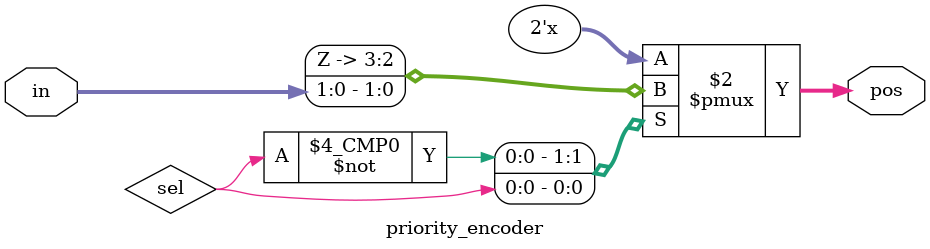
<source format=v>
module priority_encoder( 
input [2:0] in,
output reg [1:0] pos ); 
// When sel=1, assign b to out
always @( in or sel )
begin
 case( sel )
 1 'b0: pos = 2'bz; 
 1 'b1: pos = in; 
 endcase 
end 
endmodule

</source>
